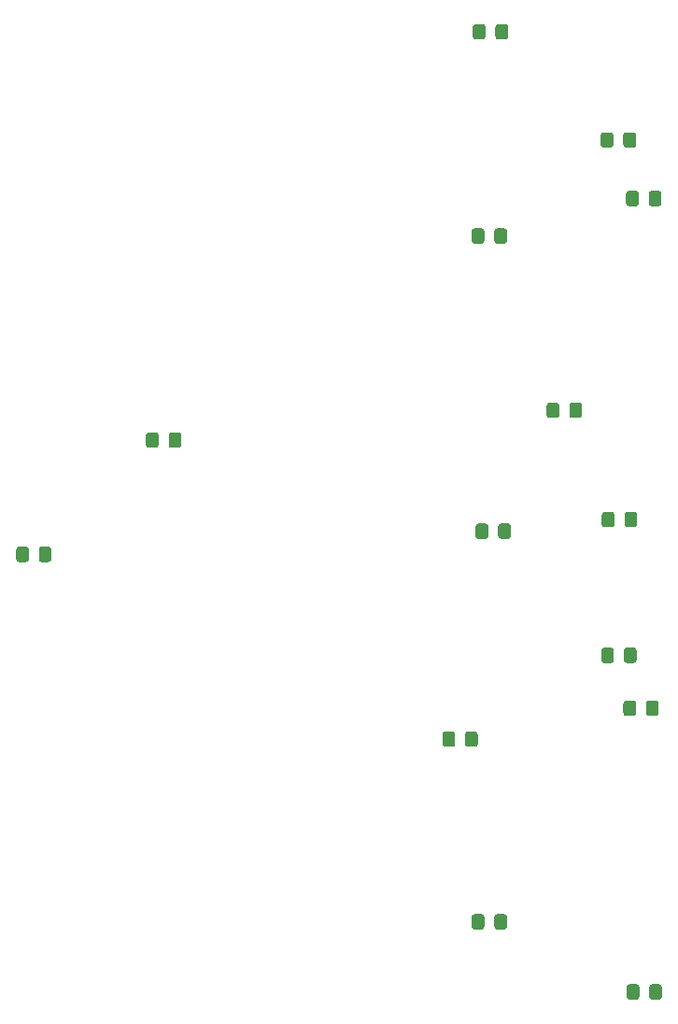
<source format=gbr>
%TF.GenerationSoftware,KiCad,Pcbnew,5.1.6-c6e7f7d~86~ubuntu18.04.1*%
%TF.CreationDate,2020-06-20T09:42:55-04:00*%
%TF.ProjectId,dual_MS20_VCF,6475616c-5f4d-4533-9230-5f5643462e6b,rev?*%
%TF.SameCoordinates,Original*%
%TF.FileFunction,Paste,Top*%
%TF.FilePolarity,Positive*%
%FSLAX46Y46*%
G04 Gerber Fmt 4.6, Leading zero omitted, Abs format (unit mm)*
G04 Created by KiCad (PCBNEW 5.1.6-c6e7f7d~86~ubuntu18.04.1) date 2020-06-20 09:42:55*
%MOMM*%
%LPD*%
G01*
G04 APERTURE LIST*
G04 APERTURE END LIST*
%TO.C,C24*%
G36*
G01*
X104725000Y-101800001D02*
X104725000Y-100899999D01*
G75*
G02*
X104974999Y-100650000I249999J0D01*
G01*
X105625001Y-100650000D01*
G75*
G02*
X105875000Y-100899999I0J-249999D01*
G01*
X105875000Y-101800001D01*
G75*
G02*
X105625001Y-102050000I-249999J0D01*
G01*
X104974999Y-102050000D01*
G75*
G02*
X104725000Y-101800001I0J249999D01*
G01*
G37*
G36*
G01*
X102675000Y-101800001D02*
X102675000Y-100899999D01*
G75*
G02*
X102924999Y-100650000I249999J0D01*
G01*
X103575001Y-100650000D01*
G75*
G02*
X103825000Y-100899999I0J-249999D01*
G01*
X103825000Y-101800001D01*
G75*
G02*
X103575001Y-102050000I-249999J0D01*
G01*
X102924999Y-102050000D01*
G75*
G02*
X102675000Y-101800001I0J249999D01*
G01*
G37*
%TD*%
%TO.C,C23*%
G36*
G01*
X116500000Y-91450001D02*
X116500000Y-90549999D01*
G75*
G02*
X116749999Y-90300000I249999J0D01*
G01*
X117400001Y-90300000D01*
G75*
G02*
X117650000Y-90549999I0J-249999D01*
G01*
X117650000Y-91450001D01*
G75*
G02*
X117400001Y-91700000I-249999J0D01*
G01*
X116749999Y-91700000D01*
G75*
G02*
X116500000Y-91450001I0J249999D01*
G01*
G37*
G36*
G01*
X114450000Y-91450001D02*
X114450000Y-90549999D01*
G75*
G02*
X114699999Y-90300000I249999J0D01*
G01*
X115350001Y-90300000D01*
G75*
G02*
X115600000Y-90549999I0J-249999D01*
G01*
X115600000Y-91450001D01*
G75*
G02*
X115350001Y-91700000I-249999J0D01*
G01*
X114699999Y-91700000D01*
G75*
G02*
X114450000Y-91450001I0J249999D01*
G01*
G37*
%TD*%
%TO.C,C22*%
G36*
G01*
X146025000Y-135100001D02*
X146025000Y-134199999D01*
G75*
G02*
X146274999Y-133950000I249999J0D01*
G01*
X146925001Y-133950000D01*
G75*
G02*
X147175000Y-134199999I0J-249999D01*
G01*
X147175000Y-135100001D01*
G75*
G02*
X146925001Y-135350000I-249999J0D01*
G01*
X146274999Y-135350000D01*
G75*
G02*
X146025000Y-135100001I0J249999D01*
G01*
G37*
G36*
G01*
X143975000Y-135100001D02*
X143975000Y-134199999D01*
G75*
G02*
X144224999Y-133950000I249999J0D01*
G01*
X144875001Y-133950000D01*
G75*
G02*
X145125000Y-134199999I0J-249999D01*
G01*
X145125000Y-135100001D01*
G75*
G02*
X144875001Y-135350000I-249999J0D01*
G01*
X144224999Y-135350000D01*
G75*
G02*
X143975000Y-135100001I0J249999D01*
G01*
G37*
%TD*%
%TO.C,C21*%
G36*
G01*
X160075000Y-141450001D02*
X160075000Y-140549999D01*
G75*
G02*
X160324999Y-140300000I249999J0D01*
G01*
X160975001Y-140300000D01*
G75*
G02*
X161225000Y-140549999I0J-249999D01*
G01*
X161225000Y-141450001D01*
G75*
G02*
X160975001Y-141700000I-249999J0D01*
G01*
X160324999Y-141700000D01*
G75*
G02*
X160075000Y-141450001I0J249999D01*
G01*
G37*
G36*
G01*
X158025000Y-141450001D02*
X158025000Y-140549999D01*
G75*
G02*
X158274999Y-140300000I249999J0D01*
G01*
X158925001Y-140300000D01*
G75*
G02*
X159175000Y-140549999I0J-249999D01*
G01*
X159175000Y-141450001D01*
G75*
G02*
X158925001Y-141700000I-249999J0D01*
G01*
X158274999Y-141700000D01*
G75*
G02*
X158025000Y-141450001I0J249999D01*
G01*
G37*
%TD*%
%TO.C,C20*%
G36*
G01*
X143375000Y-118550001D02*
X143375000Y-117649999D01*
G75*
G02*
X143624999Y-117400000I249999J0D01*
G01*
X144275001Y-117400000D01*
G75*
G02*
X144525000Y-117649999I0J-249999D01*
G01*
X144525000Y-118550001D01*
G75*
G02*
X144275001Y-118800000I-249999J0D01*
G01*
X143624999Y-118800000D01*
G75*
G02*
X143375000Y-118550001I0J249999D01*
G01*
G37*
G36*
G01*
X141325000Y-118550001D02*
X141325000Y-117649999D01*
G75*
G02*
X141574999Y-117400000I249999J0D01*
G01*
X142225001Y-117400000D01*
G75*
G02*
X142475000Y-117649999I0J-249999D01*
G01*
X142475000Y-118550001D01*
G75*
G02*
X142225001Y-118800000I-249999J0D01*
G01*
X141574999Y-118800000D01*
G75*
G02*
X141325000Y-118550001I0J249999D01*
G01*
G37*
%TD*%
%TO.C,C19*%
G36*
G01*
X159775000Y-115750001D02*
X159775000Y-114849999D01*
G75*
G02*
X160024999Y-114600000I249999J0D01*
G01*
X160675001Y-114600000D01*
G75*
G02*
X160925000Y-114849999I0J-249999D01*
G01*
X160925000Y-115750001D01*
G75*
G02*
X160675001Y-116000000I-249999J0D01*
G01*
X160024999Y-116000000D01*
G75*
G02*
X159775000Y-115750001I0J249999D01*
G01*
G37*
G36*
G01*
X157725000Y-115750001D02*
X157725000Y-114849999D01*
G75*
G02*
X157974999Y-114600000I249999J0D01*
G01*
X158625001Y-114600000D01*
G75*
G02*
X158875000Y-114849999I0J-249999D01*
G01*
X158875000Y-115750001D01*
G75*
G02*
X158625001Y-116000000I-249999J0D01*
G01*
X157974999Y-116000000D01*
G75*
G02*
X157725000Y-115750001I0J249999D01*
G01*
G37*
%TD*%
%TO.C,C18*%
G36*
G01*
X146375000Y-99700001D02*
X146375000Y-98799999D01*
G75*
G02*
X146624999Y-98550000I249999J0D01*
G01*
X147275001Y-98550000D01*
G75*
G02*
X147525000Y-98799999I0J-249999D01*
G01*
X147525000Y-99700001D01*
G75*
G02*
X147275001Y-99950000I-249999J0D01*
G01*
X146624999Y-99950000D01*
G75*
G02*
X146375000Y-99700001I0J249999D01*
G01*
G37*
G36*
G01*
X144325000Y-99700001D02*
X144325000Y-98799999D01*
G75*
G02*
X144574999Y-98550000I249999J0D01*
G01*
X145225001Y-98550000D01*
G75*
G02*
X145475000Y-98799999I0J-249999D01*
G01*
X145475000Y-99700001D01*
G75*
G02*
X145225001Y-99950000I-249999J0D01*
G01*
X144574999Y-99950000D01*
G75*
G02*
X144325000Y-99700001I0J249999D01*
G01*
G37*
%TD*%
%TO.C,C17*%
G36*
G01*
X157775000Y-110950001D02*
X157775000Y-110049999D01*
G75*
G02*
X158024999Y-109800000I249999J0D01*
G01*
X158675001Y-109800000D01*
G75*
G02*
X158925000Y-110049999I0J-249999D01*
G01*
X158925000Y-110950001D01*
G75*
G02*
X158675001Y-111200000I-249999J0D01*
G01*
X158024999Y-111200000D01*
G75*
G02*
X157775000Y-110950001I0J249999D01*
G01*
G37*
G36*
G01*
X155725000Y-110950001D02*
X155725000Y-110049999D01*
G75*
G02*
X155974999Y-109800000I249999J0D01*
G01*
X156625001Y-109800000D01*
G75*
G02*
X156875000Y-110049999I0J-249999D01*
G01*
X156875000Y-110950001D01*
G75*
G02*
X156625001Y-111200000I-249999J0D01*
G01*
X155974999Y-111200000D01*
G75*
G02*
X155725000Y-110950001I0J249999D01*
G01*
G37*
%TD*%
%TO.C,C16*%
G36*
G01*
X151925000Y-87849999D02*
X151925000Y-88750001D01*
G75*
G02*
X151675001Y-89000000I-249999J0D01*
G01*
X151024999Y-89000000D01*
G75*
G02*
X150775000Y-88750001I0J249999D01*
G01*
X150775000Y-87849999D01*
G75*
G02*
X151024999Y-87600000I249999J0D01*
G01*
X151675001Y-87600000D01*
G75*
G02*
X151925000Y-87849999I0J-249999D01*
G01*
G37*
G36*
G01*
X153975000Y-87849999D02*
X153975000Y-88750001D01*
G75*
G02*
X153725001Y-89000000I-249999J0D01*
G01*
X153074999Y-89000000D01*
G75*
G02*
X152825000Y-88750001I0J249999D01*
G01*
X152825000Y-87849999D01*
G75*
G02*
X153074999Y-87600000I249999J0D01*
G01*
X153725001Y-87600000D01*
G75*
G02*
X153975000Y-87849999I0J-249999D01*
G01*
G37*
%TD*%
%TO.C,C15*%
G36*
G01*
X157825000Y-98650001D02*
X157825000Y-97749999D01*
G75*
G02*
X158074999Y-97500000I249999J0D01*
G01*
X158725001Y-97500000D01*
G75*
G02*
X158975000Y-97749999I0J-249999D01*
G01*
X158975000Y-98650001D01*
G75*
G02*
X158725001Y-98900000I-249999J0D01*
G01*
X158074999Y-98900000D01*
G75*
G02*
X157825000Y-98650001I0J249999D01*
G01*
G37*
G36*
G01*
X155775000Y-98650001D02*
X155775000Y-97749999D01*
G75*
G02*
X156024999Y-97500000I249999J0D01*
G01*
X156675001Y-97500000D01*
G75*
G02*
X156925000Y-97749999I0J-249999D01*
G01*
X156925000Y-98650001D01*
G75*
G02*
X156675001Y-98900000I-249999J0D01*
G01*
X156024999Y-98900000D01*
G75*
G02*
X155775000Y-98650001I0J249999D01*
G01*
G37*
%TD*%
%TO.C,C14*%
G36*
G01*
X146025000Y-72950001D02*
X146025000Y-72049999D01*
G75*
G02*
X146274999Y-71800000I249999J0D01*
G01*
X146925001Y-71800000D01*
G75*
G02*
X147175000Y-72049999I0J-249999D01*
G01*
X147175000Y-72950001D01*
G75*
G02*
X146925001Y-73200000I-249999J0D01*
G01*
X146274999Y-73200000D01*
G75*
G02*
X146025000Y-72950001I0J249999D01*
G01*
G37*
G36*
G01*
X143975000Y-72950001D02*
X143975000Y-72049999D01*
G75*
G02*
X144224999Y-71800000I249999J0D01*
G01*
X144875001Y-71800000D01*
G75*
G02*
X145125000Y-72049999I0J-249999D01*
G01*
X145125000Y-72950001D01*
G75*
G02*
X144875001Y-73200000I-249999J0D01*
G01*
X144224999Y-73200000D01*
G75*
G02*
X143975000Y-72950001I0J249999D01*
G01*
G37*
%TD*%
%TO.C,C13*%
G36*
G01*
X160025000Y-69550001D02*
X160025000Y-68649999D01*
G75*
G02*
X160274999Y-68400000I249999J0D01*
G01*
X160925001Y-68400000D01*
G75*
G02*
X161175000Y-68649999I0J-249999D01*
G01*
X161175000Y-69550001D01*
G75*
G02*
X160925001Y-69800000I-249999J0D01*
G01*
X160274999Y-69800000D01*
G75*
G02*
X160025000Y-69550001I0J249999D01*
G01*
G37*
G36*
G01*
X157975000Y-69550001D02*
X157975000Y-68649999D01*
G75*
G02*
X158224999Y-68400000I249999J0D01*
G01*
X158875001Y-68400000D01*
G75*
G02*
X159125000Y-68649999I0J-249999D01*
G01*
X159125000Y-69550001D01*
G75*
G02*
X158875001Y-69800000I-249999J0D01*
G01*
X158224999Y-69800000D01*
G75*
G02*
X157975000Y-69550001I0J249999D01*
G01*
G37*
%TD*%
%TO.C,C12*%
G36*
G01*
X146125000Y-54450001D02*
X146125000Y-53549999D01*
G75*
G02*
X146374999Y-53300000I249999J0D01*
G01*
X147025001Y-53300000D01*
G75*
G02*
X147275000Y-53549999I0J-249999D01*
G01*
X147275000Y-54450001D01*
G75*
G02*
X147025001Y-54700000I-249999J0D01*
G01*
X146374999Y-54700000D01*
G75*
G02*
X146125000Y-54450001I0J249999D01*
G01*
G37*
G36*
G01*
X144075000Y-54450001D02*
X144075000Y-53549999D01*
G75*
G02*
X144324999Y-53300000I249999J0D01*
G01*
X144975001Y-53300000D01*
G75*
G02*
X145225000Y-53549999I0J-249999D01*
G01*
X145225000Y-54450001D01*
G75*
G02*
X144975001Y-54700000I-249999J0D01*
G01*
X144324999Y-54700000D01*
G75*
G02*
X144075000Y-54450001I0J249999D01*
G01*
G37*
%TD*%
%TO.C,C11*%
G36*
G01*
X157725000Y-64250001D02*
X157725000Y-63349999D01*
G75*
G02*
X157974999Y-63100000I249999J0D01*
G01*
X158625001Y-63100000D01*
G75*
G02*
X158875000Y-63349999I0J-249999D01*
G01*
X158875000Y-64250001D01*
G75*
G02*
X158625001Y-64500000I-249999J0D01*
G01*
X157974999Y-64500000D01*
G75*
G02*
X157725000Y-64250001I0J249999D01*
G01*
G37*
G36*
G01*
X155675000Y-64250001D02*
X155675000Y-63349999D01*
G75*
G02*
X155924999Y-63100000I249999J0D01*
G01*
X156575001Y-63100000D01*
G75*
G02*
X156825000Y-63349999I0J-249999D01*
G01*
X156825000Y-64250001D01*
G75*
G02*
X156575001Y-64500000I-249999J0D01*
G01*
X155924999Y-64500000D01*
G75*
G02*
X155675000Y-64250001I0J249999D01*
G01*
G37*
%TD*%
M02*

</source>
